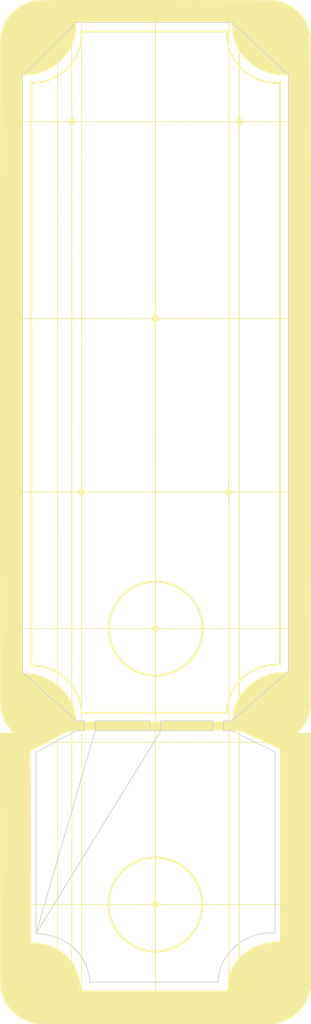
<source format=kicad_pcb>
(kicad_pcb (version 20221018) (generator pcbnew)
  (layers (0 "F.Cu" signal) (31 "B.Cu" signal) (34 "B.Paste" user) (35 "F.Paste" user) (36 "B.SilkS" user "B.Silkscreen") (37 "F.SilkS" user "F.Silkscreen") (38 "B.Mask" user) (39 "F.Mask" user) (44 "Edge.Cuts" user))
  (net 0 "")
  (footprint "LOGO" (layer "F.Cu") (at 0 0)
    (fp_text reference "G***" hide)
    (fp_text value "LOGO" hide)
  )
  (footprint "LOGO" (layer "F.Cu") (at 0 0)
    (fp_text reference "G***" hide)
    (fp_text value "LOGO" hide)
  )
  (gr_line (start 6.476112 57.22989) (end 6.582502 56.94271) (stroke (width 0.1)) (layer "Edge.Cuts"))
  (gr_line (start 11.37087 23.336797) (end 14.952142 20.231452) (stroke (width 0.1)) (layer "Edge.Cuts"))
  (gr_line (start -1.042585 27.630992) (end -16.671611 53.00377) (stroke (width 0.1)) (layer "Edge.Cuts"))
  (gr_line (start -16.598811 53.00077) (end -16.261471 53.00877) (stroke (width 0.1)) (layer "Edge.Cuts"))
  (gr_line (start -10.611027 27.631172) (end -11.628018 27.631172) (stroke (width 0.1)) (layer "Edge.Cuts"))
  (gr_line (start 10.863242 53.17241) (end 11.177982 53.08921) (stroke (width 0.1)) (layer "Edge.Cuts"))
  (gr_line (start -14.042831 53.47505) (end -13.466811 53.72916) (stroke (width 0.1)) (layer "Edge.Cuts"))
  (gr_line (start -1.042585 26.385252) (end 5.460732 26.385252) (stroke (width 0.1)) (layer "Edge.Cuts"))
  (gr_line (start 6.838262 56.38874) (end 6.986542 56.1225) (stroke (width 0.1)) (layer "Edge.Cuts"))
  (gr_line (start 12.158042 52.92721) (end 12.494842 52.90291) (stroke (width 0.1)) (layer "Edge.Cuts"))
  (gr_line (start -15.928541 53.03187) (end -15.600011 53.07047) (stroke (width 0.1)) (layer "Edge.Cuts"))
  (gr_line (start -1.042585 27.630992) (end -1.042585 26.385252) (stroke (width 0.1)) (layer "Edge.Cuts"))
  (gr_line (start -16.671678 30.266942) (end -16.671668 53.00343) (stroke (width 0.1)) (layer "Edge.Cuts"))
  (gr_line (start 13.258262 30.256952) (end 7.870682 27.630972) (stroke (width 0.1)) (layer "Edge.Cuts"))
  (gr_line (start -9.927507 59.06819) (end 6.161912 59.06819) (stroke (width 0.1)) (layer "Edge.Cuts"))
  (gr_line (start -9.944607 58.754) (end -9.927507 59.06819) (stroke (width 0.1)) (layer "Edge.Cuts"))
  (gr_line (start -16.261471 53.00877) (end -15.928541 53.03187) (stroke (width 0.1)) (layer "Edge.Cuts"))
  (gr_line (start 6.986542 56.1225) (end 7.148052 55.86398) (stroke (width 0.1)) (layer "Edge.Cuts"))
  (gr_line (start 7.148052 55.86398) (end 7.322232 55.61373) (stroke (width 0.1)) (layer "Edge.Cuts"))
  (gr_line (start 13.258822 52.91421) (end 13.258822 30.255952) (stroke (width 0.1)) (layer "Edge.Cuts"))
  (gr_line (start -11.511097 55.19922) (end -11.125797 55.66609) (stroke (width 0.1)) (layer "Edge.Cuts"))
  (gr_line (start 6.308012 57.8219) (end 6.384612 57.52314) (stroke (width 0.1)) (layer "Edge.Cuts"))
  (gr_line (start -11.628021 -60.931339) (end -18.292215 -54.34046) (stroke (width 0.1)) (layer "Edge.Cuts"))
  (gr_line (start -18.364975 20.320402) (end -11.620858 26.385422) (stroke (width 0.1)) (layer "Edge.Cuts"))
  (gr_line (start -9.256717 26.385252) (end -2.396925 26.385252) (stroke (width 0.1)) (layer "Edge.Cuts"))
  (gr_line (start 10.252492 53.37965) (end 10.554562 53.26941) (stroke (width 0.1)) (layer "Edge.Cuts"))
  (gr_line (start -9.256717 27.630992) (end -1.042585 27.630992) (stroke (width 0.1)) (layer "Edge.Cuts"))
  (gr_line (start -2.396925 26.385252) (end -2.396925 27.630992) (stroke (width 0.1)) (layer "Edge.Cuts"))
  (gr_line (start -10.377247 56.97303) (end -10.268107 57.25525) (stroke (width 0.1)) (layer "Edge.Cuts"))
  (gr_line (start -10.500717 56.69687) (end -10.377247 56.97303) (stroke (width 0.1)) (layer "Edge.Cuts"))
  (gr_line (start 13.258822 30.255952) (end 13.258262 30.256952) (stroke (width 0.1)) (layer "Edge.Cuts"))
  (gr_line (start 14.952142 20.231452) (end 14.952142 -54.35624) (stroke (width 0.1)) (layer "Edge.Cuts"))
  (gr_line (start -18.292215 -54.34046) (end -18.364975 -54.34446) (stroke (width 0.1)) (layer "Edge.Cuts"))
  (gr_line (start -2.396925 27.630992) (end -9.256717 27.630992) (stroke (width 0.1)) (layer "Edge.Cuts"))
  (gr_line (start -10.787347 56.16605) (end -10.637417 56.42787) (stroke (width 0.1)) (layer "Edge.Cuts"))
  (gr_line (start 11.826212 52.96631) (end 12.158042 52.92721) (stroke (width 0.1)) (layer "Edge.Cuts"))
  (gr_line (start 7.870672 -60.931339) (end -11.628021 -60.931339) (stroke (width 0.1)) (layer "Edge.Cuts"))
  (gr_line (start 6.703772 56.66214) (end 6.838262 56.38874) (stroke (width 0.1)) (layer "Edge.Cuts"))
  (gr_line (start -10.092807 57.83898) (end -10.027807 58.13885) (stroke (width 0.1)) (layer "Edge.Cuts"))
  (gr_line (start -18.364975 -54.34446) (end -18.364975 20.320402) (stroke (width 0.1)) (layer "Edge.Cuts"))
  (gr_line (start -10.637417 56.42787) (end -10.500717 56.69687) (stroke (width 0.1)) (layer "Edge.Cuts"))
  (gr_line (start -13.466811 53.72916) (end -12.922761 54.03119) (stroke (width 0.1)) (layer "Edge.Cuts"))
  (gr_line (start 7.870682 27.630972) (end 6.815102 27.630972) (stroke (width 0.1)) (layer "Edge.Cuts"))
  (gr_line (start 8.138032 54.70036) (end 8.610972 54.30239) (stroke (width 0.1)) (layer "Edge.Cuts"))
  (gr_line (start 6.582502 56.94271) (end 6.703772 56.66214) (stroke (width 0.1)) (layer "Edge.Cuts"))
  (gr_line (start 8.610972 54.30239) (end 9.123602 53.94796) (stroke (width 0.1)) (layer "Edge.Cuts"))
  (gr_line (start 12.494842 52.90291) (end 12.836592 52.89491) (stroke (width 0.1)) (layer "Edge.Cuts"))
  (gr_line (start -10.172707 57.54408) (end -10.092807 57.83898) (stroke (width 0.1)) (layer "Edge.Cuts"))
  (gr_line (start 14.952142 -54.35624) (end 14.951582 -54.35424) (stroke (width 0.1)) (layer "Edge.Cuts"))
  (gr_line (start -10.611027 26.385422) (end -10.611027 27.631172) (stroke (width 0.1)) (layer "Edge.Cuts"))
  (gr_line (start 7.322232 55.61373) (end 7.706982 55.13858) (stroke (width 0.1)) (layer "Edge.Cuts"))
  (gr_line (start 5.460732 26.385252) (end 5.460732 27.630992) (stroke (width 0.1)) (layer "Edge.Cuts"))
  (gr_line (start 6.202212 58.43595) (end 6.246812 58.12672) (stroke (width 0.1)) (layer "Edge.Cuts"))
  (gr_line (start 7.706982 55.13858) (end 8.138032 54.70036) (stroke (width 0.1)) (layer "Edge.Cuts"))
  (gr_line (start -11.628018 27.631172) (end -16.598878 30.270942) (stroke (width 0.1)) (layer "Edge.Cuts"))
  (gr_line (start -16.671668 53.00343) (end -9.256717 27.630992) (stroke (width 0.1)) (layer "Edge.Cuts"))
  (gr_line (start -9.978207 58.44422) (end -9.944607 58.754) (stroke (width 0.1)) (layer "Edge.Cuts"))
  (gr_line (start 6.173512 58.75014) (end 6.202212 58.43595) (stroke (width 0.1)) (layer "Edge.Cuts"))
  (gr_line (start -12.412891 54.37956) (end -11.941601 54.76982) (stroke (width 0.1)) (layer "Edge.Cuts"))
  (gr_line (start -11.620858 26.385422) (end -10.611027 26.385422) (stroke (width 0.1)) (layer "Edge.Cuts"))
  (gr_line (start -11.125797 55.66609) (end -10.787347 56.16605) (stroke (width 0.1)) (layer "Edge.Cuts"))
  (gr_line (start -16.671611 53.00377) (end -16.598811 53.00077) (stroke (width 0.1)) (layer "Edge.Cuts"))
  (gr_line (start -9.256717 27.630992) (end -9.256717 26.385252) (stroke (width 0.1)) (layer "Edge.Cuts"))
  (gr_line (start -11.941601 54.76982) (end -11.511097 55.19922) (stroke (width 0.1)) (layer "Edge.Cuts"))
  (gr_line (start 12.836592 52.89491) (end 13.258822 52.91421) (stroke (width 0.1)) (layer "Edge.Cuts"))
  (gr_line (start 11.177982 53.08921) (end 11.499342 53.02031) (stroke (width 0.1)) (layer "Edge.Cuts"))
  (gr_line (start 6.815102 26.385222) (end 7.855242 26.385222) (stroke (width 0.1)) (layer "Edge.Cuts"))
  (gr_line (start 9.672062 53.63928) (end 10.252492 53.37965) (stroke (width 0.1)) (layer "Edge.Cuts"))
  (gr_line (start 10.554562 53.26941) (end 10.863242 53.17241) (stroke (width 0.1)) (layer "Edge.Cuts"))
  (gr_line (start 6.815102 27.630972) (end 6.815102 26.385222) (stroke (width 0.1)) (layer "Edge.Cuts"))
  (gr_line (start 6.246812 58.12672) (end 6.308012 57.8219) (stroke (width 0.1)) (layer "Edge.Cuts"))
  (gr_line (start 7.855242 26.385222) (end 11.37087 23.336797) (stroke (width 0.1)) (layer "Edge.Cuts"))
  (gr_line (start -10.027807 58.13885) (end -9.978207 58.44422) (stroke (width 0.1)) (layer "Edge.Cuts"))
  (gr_line (start -14.647511 53.2722) (end -14.042831 53.47505) (stroke (width 0.1)) (layer "Edge.Cuts"))
  (gr_line (start 14.951582 -54.35424) (end 7.870672 -60.931339) (stroke (width 0.1)) (layer "Edge.Cuts"))
  (gr_line (start -12.922761 54.03119) (end -12.412891 54.37956) (stroke (width 0.1)) (layer "Edge.Cuts"))
  (gr_line (start 5.460732 27.630992) (end -1.042585 27.630992) (stroke (width 0.1)) (layer "Edge.Cuts"))
  (gr_line (start -15.600011 53.07047) (end -15.277001 53.12337) (stroke (width 0.1)) (layer "Edge.Cuts"))
  (gr_line (start 6.384612 57.52314) (end 6.476112 57.22989) (stroke (width 0.1)) (layer "Edge.Cuts"))
  (gr_line (start -16.598878 30.270942) (end -16.671678 30.266942) (stroke (width 0.1)) (layer "Edge.Cuts"))
  (gr_line (start -15.277001 53.12337) (end -14.647511 53.2722) (stroke (width 0.1)) (layer "Edge.Cuts"))
  (gr_line (start -10.268107 57.25525) (end -10.172707 57.54408) (stroke (width 0.1)) (layer "Edge.Cuts"))
  (gr_line (start 11.499342 53.02031) (end 11.826212 52.96631) (stroke (width 0.1)) (layer "Edge.Cuts"))
  (gr_line (start 6.161912 59.06819) (end 6.173512 58.75014) (stroke (width 0.1)) (layer "Edge.Cuts"))
  (gr_line (start 9.123602 53.94796) (end 9.672062 53.63928) (stroke (width 0.1)) (layer "Edge.Cuts"))
)
</source>
